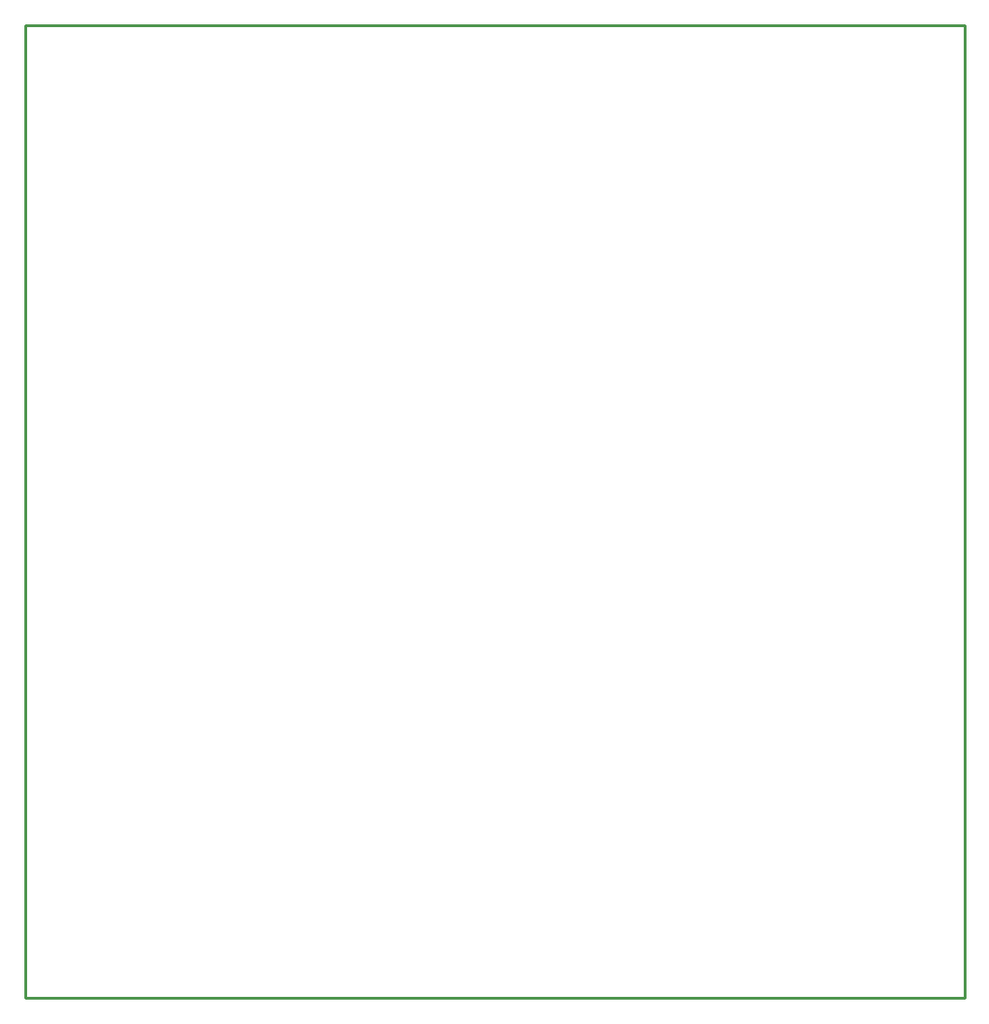
<source format=gbr>
G04 EAGLE Gerber X2 export*
%TF.Part,Single*%
%TF.FileFunction,Profile,NP*%
%TF.FilePolarity,Positive*%
%TF.GenerationSoftware,Autodesk,EAGLE,9.2.2*%
%TF.CreationDate,2019-04-19T13:45:25Z*%
G75*
%MOMM*%
%FSLAX34Y34*%
%LPD*%
%IN*%
%AMOC8*
5,1,8,0,0,1.08239X$1,22.5*%
G01*
%ADD10C,0.254000*%


D10*
X0Y0D02*
X850000Y0D01*
X850000Y880000D01*
X0Y880000D01*
X0Y0D01*
M02*

</source>
